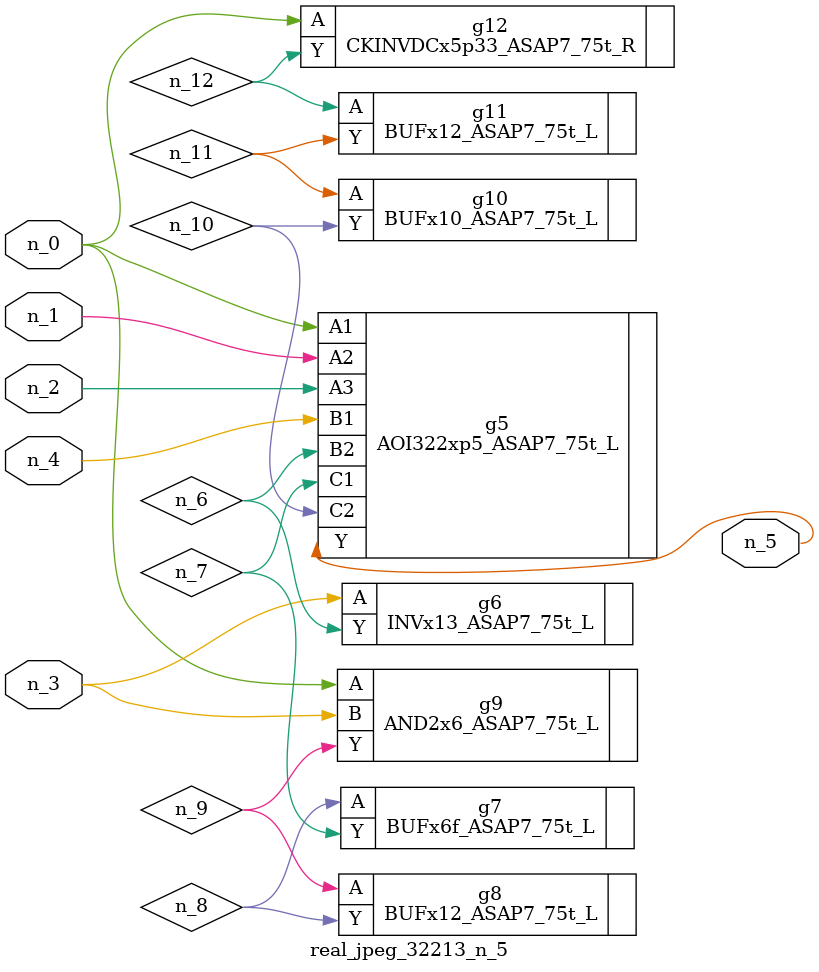
<source format=v>
module real_jpeg_32213_n_5 (n_4, n_0, n_1, n_2, n_3, n_5);

input n_4;
input n_0;
input n_1;
input n_2;
input n_3;

output n_5;

wire n_12;
wire n_8;
wire n_11;
wire n_6;
wire n_7;
wire n_10;
wire n_9;

AOI322xp5_ASAP7_75t_L g5 ( 
.A1(n_0),
.A2(n_1),
.A3(n_2),
.B1(n_4),
.B2(n_6),
.C1(n_7),
.C2(n_10),
.Y(n_5)
);

AND2x6_ASAP7_75t_L g9 ( 
.A(n_0),
.B(n_3),
.Y(n_9)
);

CKINVDCx5p33_ASAP7_75t_R g12 ( 
.A(n_0),
.Y(n_12)
);

INVx13_ASAP7_75t_L g6 ( 
.A(n_3),
.Y(n_6)
);

BUFx6f_ASAP7_75t_L g7 ( 
.A(n_8),
.Y(n_7)
);

BUFx12_ASAP7_75t_L g8 ( 
.A(n_9),
.Y(n_8)
);

BUFx10_ASAP7_75t_L g10 ( 
.A(n_11),
.Y(n_10)
);

BUFx12_ASAP7_75t_L g11 ( 
.A(n_12),
.Y(n_11)
);


endmodule
</source>
